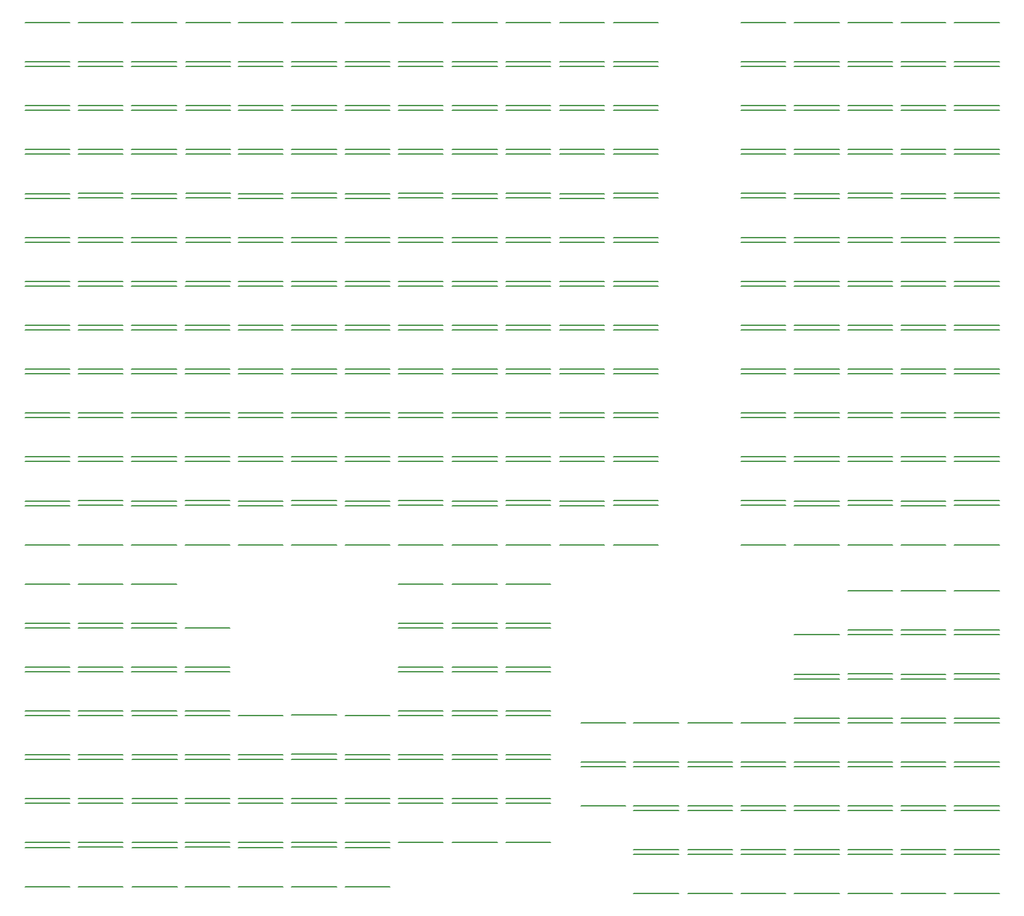
<source format=gbr>
G04 #@! TF.GenerationSoftware,KiCad,Pcbnew,(5.0.0)*
G04 #@! TF.CreationDate,2019-05-02T23:43:43-07:00*
G04 #@! TF.ProjectId,SSB Cap Board - Rev2,5353422043617020426F617264202D20,rev?*
G04 #@! TF.SameCoordinates,Original*
G04 #@! TF.FileFunction,Legend,Top*
G04 #@! TF.FilePolarity,Positive*
%FSLAX46Y46*%
G04 Gerber Fmt 4.6, Leading zero omitted, Abs format (unit mm)*
G04 Created by KiCad (PCBNEW (5.0.0)) date 05/02/19 23:43:43*
%MOMM*%
%LPD*%
G01*
G04 APERTURE LIST*
%ADD10C,0.150000*%
G04 APERTURE END LIST*
D10*
G04 #@! TO.C,C284*
X12905000Y94705000D02*
X18605000Y94705000D01*
X12905000Y89705000D02*
X18605000Y89705000D01*
G04 #@! TO.C,C292*
X12905000Y89105000D02*
X18605000Y89105000D01*
X12905000Y84105000D02*
X18605000Y84105000D01*
G04 #@! TO.C,C399*
X12905000Y100305000D02*
X18605000Y100305000D01*
X12905000Y95305000D02*
X18605000Y95305000D01*
G04 #@! TO.C,C504*
X14495000Y10995000D02*
X8795000Y10995000D01*
X14495000Y5995000D02*
X8795000Y5995000D01*
G04 #@! TO.C,C456*
X56405000Y56105000D02*
X62105000Y56105000D01*
X56405000Y61105000D02*
X62105000Y61105000D01*
G04 #@! TO.C,C462*
X28095000Y10995000D02*
X22395000Y10995000D01*
X28095000Y5995000D02*
X22395000Y5995000D01*
G04 #@! TO.C,C517*
X28095000Y5395000D02*
X22395000Y5395000D01*
X28095000Y395000D02*
X22395000Y395000D01*
G04 #@! TO.C,C477*
X56405000Y405000D02*
X62105000Y405000D01*
X56405000Y5405000D02*
X62105000Y5405000D01*
G04 #@! TO.C,C479*
X29205000Y-5195000D02*
X34905000Y-5195000D01*
X29205000Y-195000D02*
X34905000Y-195000D01*
G04 #@! TO.C,C578*
X56405000Y6005000D02*
X62105000Y6005000D01*
X56405000Y11005000D02*
X62105000Y11005000D01*
G04 #@! TO.C,C577*
X15505000Y-195000D02*
X21205000Y-195000D01*
X15505000Y-5195000D02*
X21205000Y-5195000D01*
G04 #@! TO.C,C576*
X56405000Y-5195000D02*
X62105000Y-5195000D01*
X56405000Y-195000D02*
X62105000Y-195000D01*
G04 #@! TO.C,C570*
X29205000Y405000D02*
X34905000Y405000D01*
X29205000Y5405000D02*
X34905000Y5405000D01*
G04 #@! TO.C,C568*
X56405000Y11605000D02*
X62105000Y11605000D01*
X56405000Y16605000D02*
X62105000Y16605000D01*
G04 #@! TO.C,C567*
X15505000Y5405000D02*
X21205000Y5405000D01*
X15505000Y405000D02*
X21205000Y405000D01*
G04 #@! TO.C,C566*
X28095000Y16595000D02*
X22395000Y16595000D01*
X28095000Y11595000D02*
X22395000Y11595000D01*
G04 #@! TO.C,C573*
X56405000Y50505000D02*
X62105000Y50505000D01*
X56405000Y55505000D02*
X62105000Y55505000D01*
G04 #@! TO.C,C597*
X29205000Y6005000D02*
X34905000Y6005000D01*
X29205000Y11005000D02*
X34905000Y11005000D01*
G04 #@! TO.C,C596*
X14495000Y11595000D02*
X8795000Y11595000D01*
X14495000Y16595000D02*
X8795000Y16595000D01*
G04 #@! TO.C,C595*
X56405000Y17205000D02*
X62105000Y17205000D01*
X56405000Y22205000D02*
X62105000Y22205000D01*
G04 #@! TO.C,C594*
X15505000Y11005000D02*
X21205000Y11005000D01*
X15505000Y6005000D02*
X21205000Y6005000D01*
G04 #@! TO.C,C593*
X29205000Y11605000D02*
X34905000Y11605000D01*
X29205000Y16605000D02*
X34905000Y16605000D01*
G04 #@! TO.C,C588*
X55295000Y94695000D02*
X49595000Y94695000D01*
X55295000Y89695000D02*
X49595000Y89695000D01*
G04 #@! TO.C,C585*
X28095000Y-5205000D02*
X22395000Y-5205000D01*
X28095000Y-205000D02*
X22395000Y-205000D01*
G04 #@! TO.C,C584*
X56405000Y22805000D02*
X62105000Y22805000D01*
X56405000Y27805000D02*
X62105000Y27805000D01*
G04 #@! TO.C,C583*
X15505000Y16605000D02*
X21205000Y16605000D01*
X15505000Y11605000D02*
X21205000Y11605000D01*
G04 #@! TO.C,C591*
X41695000Y27795000D02*
X35995000Y27795000D01*
X41695000Y22795000D02*
X35995000Y22795000D01*
G04 #@! TO.C,C590*
X56405000Y61705000D02*
X62105000Y61705000D01*
X56405000Y66705000D02*
X62105000Y66705000D01*
G04 #@! TO.C,C542*
X42805000Y67305000D02*
X48505000Y67305000D01*
X42805000Y72305000D02*
X48505000Y72305000D01*
G04 #@! TO.C,C540*
X42805000Y28405000D02*
X48505000Y28405000D01*
X42805000Y33405000D02*
X48505000Y33405000D01*
G04 #@! TO.C,C537*
X55295000Y22795000D02*
X49595000Y22795000D01*
X55295000Y27795000D02*
X49595000Y27795000D01*
G04 #@! TO.C,C536*
X55295000Y33395000D02*
X49595000Y33395000D01*
X55295000Y28395000D02*
X49595000Y28395000D01*
G04 #@! TO.C,C534*
X56405000Y67305000D02*
X62105000Y67305000D01*
X56405000Y72305000D02*
X62105000Y72305000D01*
G04 #@! TO.C,C532*
X55295000Y83495000D02*
X49595000Y83495000D01*
X55295000Y78495000D02*
X49595000Y78495000D01*
G04 #@! TO.C,C530*
X42805000Y44905000D02*
X48505000Y44905000D01*
X42805000Y49905000D02*
X48505000Y49905000D01*
G04 #@! TO.C,C528*
X41695000Y100295000D02*
X35995000Y100295000D01*
X41695000Y95295000D02*
X35995000Y95295000D01*
G04 #@! TO.C,C527*
X41695000Y17195000D02*
X35995000Y17195000D01*
X41695000Y22195000D02*
X35995000Y22195000D01*
G04 #@! TO.C,C564*
X55295000Y22195000D02*
X49595000Y22195000D01*
X55295000Y17195000D02*
X49595000Y17195000D01*
G04 #@! TO.C,C535*
X42805000Y-195000D02*
X48505000Y-195000D01*
X42805000Y-5195000D02*
X48505000Y-5195000D01*
G04 #@! TO.C,C562*
X56405000Y72905000D02*
X62105000Y72905000D01*
X56405000Y77905000D02*
X62105000Y77905000D01*
G04 #@! TO.C,C560*
X55295000Y77895000D02*
X49595000Y77895000D01*
X55295000Y72895000D02*
X49595000Y72895000D01*
G04 #@! TO.C,C558*
X42805000Y50505000D02*
X48505000Y50505000D01*
X42805000Y55505000D02*
X48505000Y55505000D01*
G04 #@! TO.C,C556*
X41695000Y105895000D02*
X35995000Y105895000D01*
X41695000Y100895000D02*
X35995000Y100895000D01*
G04 #@! TO.C,C592*
X41695000Y11595000D02*
X35995000Y11595000D01*
X41695000Y16595000D02*
X35995000Y16595000D01*
G04 #@! TO.C,C544*
X29205000Y100905000D02*
X34905000Y100905000D01*
X29205000Y105905000D02*
X34905000Y105905000D01*
G04 #@! TO.C,C553*
X55295000Y11595000D02*
X49595000Y11595000D01*
X55295000Y16595000D02*
X49595000Y16595000D01*
G04 #@! TO.C,C552*
X42805000Y405000D02*
X48505000Y405000D01*
X42805000Y5405000D02*
X48505000Y5405000D01*
G04 #@! TO.C,C551*
X56405000Y83505000D02*
X62105000Y83505000D01*
X56405000Y78505000D02*
X62105000Y78505000D01*
G04 #@! TO.C,C550*
X55295000Y72295000D02*
X49595000Y72295000D01*
X55295000Y67295000D02*
X49595000Y67295000D01*
G04 #@! TO.C,C548*
X42805000Y56105000D02*
X48505000Y56105000D01*
X42805000Y61105000D02*
X48505000Y61105000D01*
G04 #@! TO.C,C546*
X41695000Y94695000D02*
X35995000Y94695000D01*
X41695000Y89695000D02*
X35995000Y89695000D01*
G04 #@! TO.C,C545*
X41695000Y5995000D02*
X35995000Y5995000D01*
X41695000Y10995000D02*
X35995000Y10995000D01*
G04 #@! TO.C,C554*
X29205000Y39305000D02*
X34905000Y39305000D01*
X29205000Y44305000D02*
X34905000Y44305000D01*
G04 #@! TO.C,C432*
X55295000Y5995000D02*
X49595000Y5995000D01*
X55295000Y10995000D02*
X49595000Y10995000D01*
G04 #@! TO.C,C599*
X29205000Y95305000D02*
X34905000Y95305000D01*
X29205000Y100305000D02*
X34905000Y100305000D01*
G04 #@! TO.C,C429*
X56405000Y89105000D02*
X62105000Y89105000D01*
X56405000Y84105000D02*
X62105000Y84105000D01*
G04 #@! TO.C,C428*
X55295000Y66695000D02*
X49595000Y66695000D01*
X55295000Y61695000D02*
X49595000Y61695000D01*
G04 #@! TO.C,C427*
X42805000Y66705000D02*
X48505000Y66705000D01*
X42805000Y61705000D02*
X48505000Y61705000D01*
G04 #@! TO.C,C425*
X41695000Y84095000D02*
X35995000Y84095000D01*
X41695000Y89095000D02*
X35995000Y89095000D01*
G04 #@! TO.C,C415*
X41695000Y5395000D02*
X35995000Y5395000D01*
X41695000Y395000D02*
X35995000Y395000D01*
G04 #@! TO.C,C450*
X29205000Y49905000D02*
X34905000Y49905000D01*
X29205000Y44905000D02*
X34905000Y44905000D01*
G04 #@! TO.C,C422*
X55295000Y5395000D02*
X49595000Y5395000D01*
X55295000Y395000D02*
X49595000Y395000D01*
G04 #@! TO.C,C413*
X42805000Y16605000D02*
X48505000Y16605000D01*
X42805000Y11605000D02*
X48505000Y11605000D01*
G04 #@! TO.C,C420*
X56405000Y89705000D02*
X62105000Y89705000D01*
X56405000Y94705000D02*
X62105000Y94705000D01*
G04 #@! TO.C,C419*
X55295000Y56095000D02*
X49595000Y56095000D01*
X55295000Y61095000D02*
X49595000Y61095000D01*
G04 #@! TO.C,C418*
X55295000Y89095000D02*
X49595000Y89095000D01*
X55295000Y84095000D02*
X49595000Y84095000D01*
G04 #@! TO.C,C417*
X41695000Y78495000D02*
X35995000Y78495000D01*
X41695000Y83495000D02*
X35995000Y83495000D01*
G04 #@! TO.C,C416*
X41695000Y-205000D02*
X35995000Y-205000D01*
X41695000Y-5205000D02*
X35995000Y-5205000D01*
G04 #@! TO.C,C424*
X29205000Y55505000D02*
X34905000Y55505000D01*
X29205000Y50505000D02*
X34905000Y50505000D01*
G04 #@! TO.C,C423*
X55295000Y-205000D02*
X49595000Y-205000D01*
X55295000Y-5205000D02*
X49595000Y-5205000D01*
G04 #@! TO.C,C421*
X42805000Y22205000D02*
X48505000Y22205000D01*
X42805000Y17205000D02*
X48505000Y17205000D01*
G04 #@! TO.C,C447*
X56405000Y95305000D02*
X62105000Y95305000D01*
X56405000Y100305000D02*
X62105000Y100305000D01*
G04 #@! TO.C,C446*
X55295000Y50495000D02*
X49595000Y50495000D01*
X55295000Y55495000D02*
X49595000Y55495000D01*
G04 #@! TO.C,C445*
X42805000Y72905000D02*
X48505000Y72905000D01*
X42805000Y77905000D02*
X48505000Y77905000D01*
G04 #@! TO.C,C444*
X41695000Y72895000D02*
X35995000Y72895000D01*
X41695000Y77895000D02*
X35995000Y77895000D01*
G04 #@! TO.C,C433*
X29205000Y56105000D02*
X34905000Y56105000D01*
X29205000Y61105000D02*
X34905000Y61105000D01*
G04 #@! TO.C,C442*
X56405000Y33405000D02*
X62105000Y33405000D01*
X56405000Y28405000D02*
X62105000Y28405000D01*
G04 #@! TO.C,C555*
X56405000Y100905000D02*
X62105000Y100905000D01*
X56405000Y105905000D02*
X62105000Y105905000D01*
G04 #@! TO.C,C430*
X55295000Y95295000D02*
X49595000Y95295000D01*
X55295000Y100295000D02*
X49595000Y100295000D01*
G04 #@! TO.C,C439*
X55295000Y49895000D02*
X49595000Y49895000D01*
X55295000Y44895000D02*
X49595000Y44895000D01*
G04 #@! TO.C,C438*
X42805000Y83505000D02*
X48505000Y83505000D01*
X42805000Y78505000D02*
X48505000Y78505000D01*
G04 #@! TO.C,C437*
X41695000Y72295000D02*
X35995000Y72295000D01*
X41695000Y67295000D02*
X35995000Y67295000D01*
G04 #@! TO.C,C436*
X29205000Y66705000D02*
X34905000Y66705000D01*
X29205000Y61705000D02*
X34905000Y61705000D01*
G04 #@! TO.C,C435*
X42805000Y22805000D02*
X48505000Y22805000D01*
X42805000Y27805000D02*
X48505000Y27805000D01*
G04 #@! TO.C,C434*
X55295000Y100895000D02*
X49595000Y100895000D01*
X55295000Y105895000D02*
X49595000Y105895000D01*
G04 #@! TO.C,C443*
X42805000Y95305000D02*
X48505000Y95305000D01*
X42805000Y100305000D02*
X48505000Y100305000D01*
G04 #@! TO.C,C441*
X42805000Y89105000D02*
X48505000Y89105000D01*
X42805000Y84105000D02*
X48505000Y84105000D01*
G04 #@! TO.C,C431*
X41695000Y66695000D02*
X35995000Y66695000D01*
X41695000Y61695000D02*
X35995000Y61695000D01*
G04 #@! TO.C,C440*
X29205000Y72305000D02*
X34905000Y72305000D01*
X29205000Y67305000D02*
X34905000Y67305000D01*
G04 #@! TO.C,C451*
X56405000Y44905000D02*
X62105000Y44905000D01*
X56405000Y49905000D02*
X62105000Y49905000D01*
G04 #@! TO.C,C448*
X42805000Y94705000D02*
X48505000Y94705000D01*
X42805000Y89705000D02*
X48505000Y89705000D01*
G04 #@! TO.C,C411*
X56405000Y39305000D02*
X62105000Y39305000D01*
X56405000Y44305000D02*
X62105000Y44305000D01*
G04 #@! TO.C,C410*
X41695000Y56095000D02*
X35995000Y56095000D01*
X41695000Y61095000D02*
X35995000Y61095000D01*
G04 #@! TO.C,C409*
X29205000Y72905000D02*
X34905000Y72905000D01*
X29205000Y77905000D02*
X34905000Y77905000D01*
G04 #@! TO.C,C408*
X42805000Y105905000D02*
X48505000Y105905000D01*
X42805000Y100905000D02*
X48505000Y100905000D01*
G04 #@! TO.C,C407*
X55295000Y44295000D02*
X49595000Y44295000D01*
X55295000Y39295000D02*
X49595000Y39295000D01*
G04 #@! TO.C,C406*
X41695000Y50495000D02*
X35995000Y50495000D01*
X41695000Y55495000D02*
X35995000Y55495000D01*
G04 #@! TO.C,C404*
X29205000Y78505000D02*
X34905000Y78505000D01*
X29205000Y83505000D02*
X34905000Y83505000D01*
G04 #@! TO.C,C403*
X42805000Y44305000D02*
X48505000Y44305000D01*
X42805000Y39305000D02*
X48505000Y39305000D01*
G04 #@! TO.C,C402*
X41695000Y49895000D02*
X35995000Y49895000D01*
X41695000Y44895000D02*
X35995000Y44895000D01*
G04 #@! TO.C,C401*
X29205000Y89105000D02*
X34905000Y89105000D01*
X29205000Y84105000D02*
X34905000Y84105000D01*
G04 #@! TO.C,C414*
X41695000Y44295000D02*
X35995000Y44295000D01*
X41695000Y39295000D02*
X35995000Y39295000D01*
G04 #@! TO.C,C412*
X29205000Y94705000D02*
X34905000Y94705000D01*
X29205000Y89705000D02*
X34905000Y89705000D01*
G04 #@! TO.C,C405*
X42805000Y6005000D02*
X48505000Y6005000D01*
X42805000Y11005000D02*
X48505000Y11005000D01*
G04 #@! TO.C,C291*
X12905000Y78505000D02*
X18605000Y78505000D01*
X12905000Y83505000D02*
X18605000Y83505000D01*
G04 #@! TO.C,C237*
X12905000Y77905000D02*
X18605000Y77905000D01*
X12905000Y72905000D02*
X18605000Y72905000D01*
G04 #@! TO.C,C52*
X12905000Y55505000D02*
X18605000Y55505000D01*
X12905000Y50505000D02*
X18605000Y50505000D01*
G04 #@! TO.C,C97*
X12905000Y49905000D02*
X18605000Y49905000D01*
X12905000Y44905000D02*
X18605000Y44905000D01*
G04 #@! TO.C,C21*
X12905000Y44305000D02*
X18605000Y44305000D01*
X12905000Y39305000D02*
X18605000Y39305000D01*
G04 #@! TO.C,C120*
X12905000Y72305000D02*
X18605000Y72305000D01*
X12905000Y67305000D02*
X18605000Y67305000D01*
G04 #@! TO.C,C303*
X12905000Y56105000D02*
X18605000Y56105000D01*
X12905000Y61105000D02*
X18605000Y61105000D01*
G04 #@! TO.C,C394*
X12905000Y66705000D02*
X18605000Y66705000D01*
X12905000Y61705000D02*
X18605000Y61705000D01*
G04 #@! TO.C,C343*
X-42805000Y29295000D02*
X-48505000Y29295000D01*
X-42805000Y34295000D02*
X-48505000Y34295000D01*
G04 #@! TO.C,C1*
X-42805000Y50495000D02*
X-48505000Y50495000D01*
X-42805000Y55495000D02*
X-48505000Y55495000D01*
G04 #@! TO.C,C273*
X-55295000Y11905000D02*
X-49595000Y11905000D01*
X-55295000Y6905000D02*
X-49595000Y6905000D01*
G04 #@! TO.C,C264*
X-14495000Y6305000D02*
X-8795000Y6305000D01*
X-14495000Y1305000D02*
X-8795000Y1305000D01*
G04 #@! TO.C,C262*
X-56405000Y23695000D02*
X-62105000Y23695000D01*
X-56405000Y28695000D02*
X-62105000Y28695000D01*
G04 #@! TO.C,C261*
X-55295000Y705000D02*
X-49595000Y705000D01*
X-55295000Y-4295000D02*
X-49595000Y-4295000D01*
G04 #@! TO.C,C260*
X-29205000Y6895000D02*
X-34905000Y6895000D01*
X-29205000Y11895000D02*
X-34905000Y11895000D01*
G04 #@! TO.C,C259*
X-42705000Y12495000D02*
X-48405000Y12495000D01*
X-42705000Y17495000D02*
X-48405000Y17495000D01*
G04 #@! TO.C,C258*
X-41695000Y23105000D02*
X-35995000Y23105000D01*
X-41695000Y18105000D02*
X-35995000Y18105000D01*
G04 #@! TO.C,C257*
X-28095000Y705000D02*
X-22395000Y705000D01*
X-28095000Y-4295000D02*
X-22395000Y-4295000D01*
G04 #@! TO.C,C314*
X-56405000Y18095000D02*
X-62105000Y18095000D01*
X-56405000Y23095000D02*
X-62105000Y23095000D01*
G04 #@! TO.C,C266*
X-55295000Y6305000D02*
X-49595000Y6305000D01*
X-55295000Y1305000D02*
X-49595000Y1305000D01*
G04 #@! TO.C,C265*
X-29205000Y1295000D02*
X-34905000Y1295000D01*
X-29205000Y6295000D02*
X-34905000Y6295000D01*
G04 #@! TO.C,C311*
X-42705000Y6895000D02*
X-48405000Y6895000D01*
X-42705000Y11895000D02*
X-48405000Y11895000D01*
G04 #@! TO.C,C310*
X-41695000Y28705000D02*
X-35995000Y28705000D01*
X-41695000Y23705000D02*
X-35995000Y23705000D01*
G04 #@! TO.C,C309*
X-28095000Y6305000D02*
X-22395000Y6305000D01*
X-28095000Y1305000D02*
X-22395000Y1305000D01*
G04 #@! TO.C,C308*
X-56405000Y84095000D02*
X-62105000Y84095000D01*
X-56405000Y89095000D02*
X-62105000Y89095000D01*
G04 #@! TO.C,C304*
X-56405000Y12495000D02*
X-62105000Y12495000D01*
X-56405000Y17495000D02*
X-62105000Y17495000D01*
G04 #@! TO.C,C302*
X-29205000Y-4305000D02*
X-34905000Y-4305000D01*
X-29205000Y695000D02*
X-34905000Y695000D01*
G04 #@! TO.C,C301*
X-42705000Y1295000D02*
X-48405000Y1295000D01*
X-42705000Y6295000D02*
X-48405000Y6295000D01*
G04 #@! TO.C,C283*
X-41695000Y705000D02*
X-35995000Y705000D01*
X-41695000Y-4295000D02*
X-35995000Y-4295000D01*
G04 #@! TO.C,C282*
X-56405000Y78495000D02*
X-62105000Y78495000D01*
X-56405000Y83495000D02*
X-62105000Y83495000D01*
G04 #@! TO.C,C295*
X-56405000Y6895000D02*
X-62105000Y6895000D01*
X-56405000Y11895000D02*
X-62105000Y11895000D01*
G04 #@! TO.C,C294*
X-55295000Y17505000D02*
X-49595000Y17505000D01*
X-55295000Y12505000D02*
X-49595000Y12505000D01*
G04 #@! TO.C,C293*
X-28095000Y11905000D02*
X-22395000Y11905000D01*
X-28095000Y6905000D02*
X-22395000Y6905000D01*
G04 #@! TO.C,C289*
X-56405000Y72895000D02*
X-62105000Y72895000D01*
X-56405000Y77895000D02*
X-62105000Y77895000D01*
G04 #@! TO.C,C287*
X-56405000Y1295000D02*
X-62105000Y1295000D01*
X-56405000Y6295000D02*
X-62105000Y6295000D01*
G04 #@! TO.C,C286*
X-55295000Y23105000D02*
X-49595000Y23105000D01*
X-55295000Y18105000D02*
X-49595000Y18105000D01*
G04 #@! TO.C,C285*
X-28095000Y17605000D02*
X-22395000Y17605000D01*
X-28095000Y12605000D02*
X-22395000Y12605000D01*
G04 #@! TO.C,C299*
X-14495000Y11905000D02*
X-8795000Y11905000D01*
X-14495000Y6905000D02*
X-8795000Y6905000D01*
G04 #@! TO.C,C298*
X-795000Y6305000D02*
X4905000Y6305000D01*
X-795000Y1305000D02*
X4905000Y1305000D01*
G04 #@! TO.C,C281*
X-56405000Y67295000D02*
X-62105000Y67295000D01*
X-56405000Y72295000D02*
X-62105000Y72295000D01*
G04 #@! TO.C,C296*
X-56405000Y-4305000D02*
X-62105000Y-4305000D01*
X-56405000Y695000D02*
X-62105000Y695000D01*
G04 #@! TO.C,C377*
X-55295000Y28705000D02*
X-49595000Y28705000D01*
X-55295000Y23705000D02*
X-49595000Y23705000D01*
G04 #@! TO.C,C398*
X-14495000Y17505000D02*
X-8795000Y17505000D01*
X-14495000Y12505000D02*
X-8795000Y12505000D01*
G04 #@! TO.C,C397*
X-795000Y11905000D02*
X4905000Y11905000D01*
X-795000Y6905000D02*
X4905000Y6905000D01*
G04 #@! TO.C,C396*
X-56405000Y61695000D02*
X-62105000Y61695000D01*
X-56405000Y66695000D02*
X-62105000Y66695000D01*
G04 #@! TO.C,C395*
X-55295000Y34305000D02*
X-49595000Y34305000D01*
X-55295000Y29305000D02*
X-49595000Y29305000D01*
G04 #@! TO.C,C390*
X-15605000Y12495000D02*
X-21305000Y12495000D01*
X-15605000Y17495000D02*
X-21305000Y17495000D01*
G04 #@! TO.C,C389*
X-14495000Y23105000D02*
X-8795000Y23105000D01*
X-14495000Y18105000D02*
X-8795000Y18105000D01*
G04 #@! TO.C,C388*
X-795000Y17505000D02*
X4905000Y17505000D01*
X-795000Y12505000D02*
X4905000Y12505000D01*
G04 #@! TO.C,C387*
X-56405000Y56095000D02*
X-62105000Y56095000D01*
X-56405000Y61095000D02*
X-62105000Y61095000D01*
G04 #@! TO.C,C386*
X12905000Y105905000D02*
X18605000Y105905000D01*
X12905000Y100905000D02*
X18605000Y100905000D01*
G04 #@! TO.C,C385*
X-15605000Y6895000D02*
X-21305000Y6895000D01*
X-15605000Y11895000D02*
X-21305000Y11895000D01*
G04 #@! TO.C,C384*
X-14495000Y28705000D02*
X-8795000Y28705000D01*
X-14495000Y23705000D02*
X-8795000Y23705000D01*
G04 #@! TO.C,C383*
X-795000Y23105000D02*
X4905000Y23105000D01*
X-795000Y18105000D02*
X4905000Y18105000D01*
G04 #@! TO.C,C382*
X-56405000Y50495000D02*
X-62105000Y50495000D01*
X-56405000Y55495000D02*
X-62105000Y55495000D01*
G04 #@! TO.C,C381*
X-15605000Y1295000D02*
X-21305000Y1295000D01*
X-15605000Y6295000D02*
X-21305000Y6295000D01*
G04 #@! TO.C,C380*
X-14495000Y34305000D02*
X-8795000Y34305000D01*
X-14495000Y29305000D02*
X-8795000Y29305000D01*
G04 #@! TO.C,C379*
X-795000Y28705000D02*
X4905000Y28705000D01*
X-795000Y23705000D02*
X4905000Y23705000D01*
G04 #@! TO.C,C378*
X-56405000Y44895000D02*
X-62105000Y44895000D01*
X-56405000Y49895000D02*
X-62105000Y49895000D01*
G04 #@! TO.C,C392*
X-795000Y34305000D02*
X4905000Y34305000D01*
X-795000Y29305000D02*
X4905000Y29305000D01*
G04 #@! TO.C,C93*
X-29205000Y56095000D02*
X-34905000Y56095000D01*
X-29205000Y61095000D02*
X-34905000Y61095000D01*
G04 #@! TO.C,C92*
X-41595000Y94705000D02*
X-35895000Y94705000D01*
X-41595000Y89705000D02*
X-35895000Y89705000D01*
G04 #@! TO.C,C91*
X-42805000Y44895000D02*
X-48505000Y44895000D01*
X-42805000Y49895000D02*
X-48505000Y49895000D01*
G04 #@! TO.C,C90*
X-55295000Y105905000D02*
X-49595000Y105905000D01*
X-55295000Y100905000D02*
X-49595000Y100905000D01*
G04 #@! TO.C,C89*
X-28095000Y49905000D02*
X-22395000Y49905000D01*
X-28095000Y44905000D02*
X-22395000Y44905000D01*
G04 #@! TO.C,C88*
X-15605000Y89695000D02*
X-21305000Y89695000D01*
X-15605000Y94695000D02*
X-21305000Y94695000D01*
G04 #@! TO.C,C87*
X-14495000Y61105000D02*
X-8795000Y61105000D01*
X-14495000Y56105000D02*
X-8795000Y56105000D01*
G04 #@! TO.C,C86*
X-1905000Y78495000D02*
X-7605000Y78495000D01*
X-1905000Y83495000D02*
X-7605000Y83495000D01*
G04 #@! TO.C,C85*
X-795000Y72305000D02*
X4905000Y72305000D01*
X-795000Y67305000D02*
X4905000Y67305000D01*
G04 #@! TO.C,C84*
X11795000Y67295000D02*
X6095000Y67295000D01*
X11795000Y72295000D02*
X6095000Y72295000D01*
G04 #@! TO.C,C83*
X-29205000Y61695000D02*
X-34905000Y61695000D01*
X-29205000Y66695000D02*
X-34905000Y66695000D01*
G04 #@! TO.C,C82*
X-41595000Y89105000D02*
X-35895000Y89105000D01*
X-41595000Y84105000D02*
X-35895000Y84105000D01*
G04 #@! TO.C,C81*
X-41595000Y83505000D02*
X-35895000Y83505000D01*
X-41595000Y78505000D02*
X-35895000Y78505000D01*
G04 #@! TO.C,C80*
X11795000Y61695000D02*
X6095000Y61695000D01*
X11795000Y66695000D02*
X6095000Y66695000D01*
G04 #@! TO.C,C251*
X-41695000Y6305000D02*
X-35995000Y6305000D01*
X-41695000Y1305000D02*
X-35995000Y1305000D01*
G04 #@! TO.C,C78*
X-29205000Y67295000D02*
X-34905000Y67295000D01*
X-29205000Y72295000D02*
X-34905000Y72295000D01*
G04 #@! TO.C,C77*
X11795000Y72895000D02*
X6095000Y72895000D01*
X11795000Y77895000D02*
X6095000Y77895000D01*
G04 #@! TO.C,C76*
X-795000Y66705000D02*
X4905000Y66705000D01*
X-795000Y61705000D02*
X4905000Y61705000D01*
G04 #@! TO.C,C75*
X-42805000Y56095000D02*
X-48505000Y56095000D01*
X-42805000Y61095000D02*
X-48505000Y61095000D01*
G04 #@! TO.C,C74*
X-1905000Y84095000D02*
X-7605000Y84095000D01*
X-1905000Y89095000D02*
X-7605000Y89095000D01*
G04 #@! TO.C,C73*
X-14495000Y55505000D02*
X-8795000Y55505000D01*
X-14495000Y50505000D02*
X-8795000Y50505000D01*
G04 #@! TO.C,C72*
X-15605000Y95295000D02*
X-21305000Y95295000D01*
X-15605000Y100295000D02*
X-21305000Y100295000D01*
G04 #@! TO.C,C71*
X-1905000Y1295000D02*
X-7605000Y1295000D01*
X-1905000Y6295000D02*
X-7605000Y6295000D01*
G04 #@! TO.C,C70*
X-55295000Y100305000D02*
X-49595000Y100305000D01*
X-55295000Y95305000D02*
X-49595000Y95305000D01*
G04 #@! TO.C,C68*
X-28095000Y44305000D02*
X-22395000Y44305000D01*
X-28095000Y39305000D02*
X-22395000Y39305000D01*
G04 #@! TO.C,C252*
X-56405000Y39295000D02*
X-62105000Y39295000D01*
X-56405000Y44295000D02*
X-62105000Y44295000D01*
G04 #@! TO.C,C119*
X-56405000Y100895000D02*
X-62105000Y100895000D01*
X-56405000Y105895000D02*
X-62105000Y105895000D01*
G04 #@! TO.C,C118*
X-55295000Y72305000D02*
X-49595000Y72305000D01*
X-55295000Y67305000D02*
X-49595000Y67305000D01*
G04 #@! TO.C,C108*
X-1905000Y29295000D02*
X-7605000Y29295000D01*
X-1905000Y34295000D02*
X-7605000Y34295000D01*
G04 #@! TO.C,C106*
X-42805000Y100895000D02*
X-48505000Y100895000D01*
X-42805000Y105895000D02*
X-48505000Y105895000D01*
G04 #@! TO.C,C105*
X-56405000Y89695000D02*
X-62105000Y89695000D01*
X-56405000Y94695000D02*
X-62105000Y94695000D01*
G04 #@! TO.C,C96*
X-42805000Y95295000D02*
X-48505000Y95295000D01*
X-42805000Y100295000D02*
X-48505000Y100295000D01*
G04 #@! TO.C,C95*
X-55295000Y49905000D02*
X-49595000Y49905000D01*
X-55295000Y44905000D02*
X-49595000Y44905000D01*
G04 #@! TO.C,C22*
X-55295000Y55505000D02*
X-49595000Y55505000D01*
X-55295000Y50505000D02*
X-49595000Y50505000D01*
G04 #@! TO.C,C16*
X-55295000Y61105000D02*
X-49595000Y61105000D01*
X-55295000Y56105000D02*
X-49595000Y56105000D01*
G04 #@! TO.C,C62*
X-42805000Y89695000D02*
X-48505000Y89695000D01*
X-42805000Y94695000D02*
X-48505000Y94695000D01*
G04 #@! TO.C,C2*
X-41695000Y49905000D02*
X-35995000Y49905000D01*
X-41695000Y44905000D02*
X-35995000Y44905000D01*
G04 #@! TO.C,C3*
X11795000Y100895000D02*
X6095000Y100895000D01*
X11795000Y105895000D02*
X6095000Y105895000D01*
G04 #@! TO.C,C4*
X-29205000Y100895000D02*
X-34905000Y100895000D01*
X-29205000Y105895000D02*
X-34905000Y105895000D01*
G04 #@! TO.C,C10*
X-15605000Y-4305000D02*
X-21305000Y-4305000D01*
X-15605000Y695000D02*
X-21305000Y695000D01*
G04 #@! TO.C,C11*
X-55295000Y66705000D02*
X-49595000Y66705000D01*
X-55295000Y61705000D02*
X-49595000Y61705000D01*
G04 #@! TO.C,C12*
X-42805000Y84095000D02*
X-48505000Y84095000D01*
X-42805000Y89095000D02*
X-48505000Y89095000D01*
G04 #@! TO.C,C13*
X-41695000Y55505000D02*
X-35995000Y55505000D01*
X-41695000Y50505000D02*
X-35995000Y50505000D01*
G04 #@! TO.C,C14*
X-29205000Y95295000D02*
X-34905000Y95295000D01*
X-29205000Y100295000D02*
X-34905000Y100295000D01*
G04 #@! TO.C,C15*
X-55295000Y77905000D02*
X-49595000Y77905000D01*
X-55295000Y72905000D02*
X-49595000Y72905000D01*
G04 #@! TO.C,C31*
X-42805000Y78495000D02*
X-48505000Y78495000D01*
X-42805000Y83495000D02*
X-48505000Y83495000D01*
G04 #@! TO.C,C61*
X-41695000Y61105000D02*
X-35995000Y61105000D01*
X-41695000Y56105000D02*
X-35995000Y56105000D01*
G04 #@! TO.C,C60*
X-29205000Y89695000D02*
X-34905000Y89695000D01*
X-29205000Y94695000D02*
X-34905000Y94695000D01*
G04 #@! TO.C,C59*
X11795000Y95295000D02*
X6095000Y95295000D01*
X11795000Y100295000D02*
X6095000Y100295000D01*
G04 #@! TO.C,C53*
X-1905000Y23695000D02*
X-7605000Y23695000D01*
X-1905000Y28695000D02*
X-7605000Y28695000D01*
G04 #@! TO.C,C51*
X-42805000Y72895000D02*
X-48505000Y72895000D01*
X-42805000Y77895000D02*
X-48505000Y77895000D01*
G04 #@! TO.C,C50*
X-41695000Y66705000D02*
X-35995000Y66705000D01*
X-41695000Y61705000D02*
X-35995000Y61705000D01*
G04 #@! TO.C,C49*
X-29205000Y84095000D02*
X-34905000Y84095000D01*
X-29205000Y89095000D02*
X-34905000Y89095000D01*
G04 #@! TO.C,C63*
X11795000Y89695000D02*
X6095000Y89695000D01*
X11795000Y94695000D02*
X6095000Y94695000D01*
G04 #@! TO.C,C47*
X-795000Y49905000D02*
X4905000Y49905000D01*
X-795000Y44905000D02*
X4905000Y44905000D01*
G04 #@! TO.C,C45*
X-1905000Y100895000D02*
X-7605000Y100895000D01*
X-1905000Y105895000D02*
X-7605000Y105895000D01*
G04 #@! TO.C,C44*
X-795000Y44305000D02*
X4905000Y44305000D01*
X-795000Y39305000D02*
X4905000Y39305000D01*
G04 #@! TO.C,C43*
X-41695000Y44305000D02*
X-35995000Y44305000D01*
X-41695000Y39305000D02*
X-35995000Y39305000D01*
G04 #@! TO.C,C41*
X-14495000Y44305000D02*
X-8795000Y44305000D01*
X-14495000Y39305000D02*
X-8795000Y39305000D01*
G04 #@! TO.C,C40*
X-15605000Y100895000D02*
X-21305000Y100895000D01*
X-15605000Y105895000D02*
X-21305000Y105895000D01*
G04 #@! TO.C,C39*
X-1905000Y6895000D02*
X-7605000Y6895000D01*
X-1905000Y11895000D02*
X-7605000Y11895000D01*
G04 #@! TO.C,C38*
X-14495000Y72305000D02*
X-8795000Y72305000D01*
X-14495000Y67305000D02*
X-8795000Y67305000D01*
G04 #@! TO.C,C37*
X-1905000Y56095000D02*
X-7605000Y56095000D01*
X-1905000Y61095000D02*
X-7605000Y61095000D01*
G04 #@! TO.C,C36*
X-14495000Y83505000D02*
X-8795000Y83505000D01*
X-14495000Y78505000D02*
X-8795000Y78505000D01*
G04 #@! TO.C,C35*
X-15605000Y67295000D02*
X-21305000Y67295000D01*
X-15605000Y72295000D02*
X-21305000Y72295000D01*
G04 #@! TO.C,C34*
X-28095000Y72305000D02*
X-22395000Y72305000D01*
X-28095000Y67305000D02*
X-22395000Y67305000D01*
G04 #@! TO.C,C94*
X11795000Y39295000D02*
X6095000Y39295000D01*
X11795000Y44295000D02*
X6095000Y44295000D01*
G04 #@! TO.C,C32*
X-795000Y100305000D02*
X4905000Y100305000D01*
X-795000Y95305000D02*
X4905000Y95305000D01*
G04 #@! TO.C,C33*
X-1905000Y50495000D02*
X-7605000Y50495000D01*
X-1905000Y55495000D02*
X-7605000Y55495000D01*
G04 #@! TO.C,C46*
X-28095000Y89105000D02*
X-22395000Y89105000D01*
X-28095000Y84105000D02*
X-22395000Y84105000D01*
G04 #@! TO.C,C215*
X-42705000Y-4305000D02*
X-48405000Y-4305000D01*
X-42705000Y695000D02*
X-48405000Y695000D01*
G04 #@! TO.C,C213*
X-41695000Y17505000D02*
X-35995000Y17505000D01*
X-41695000Y12505000D02*
X-35995000Y12505000D01*
G04 #@! TO.C,C212*
X-42805000Y18095000D02*
X-48505000Y18095000D01*
X-42805000Y23095000D02*
X-48505000Y23095000D01*
G04 #@! TO.C,C211*
X-29205000Y12495000D02*
X-34905000Y12495000D01*
X-29205000Y17495000D02*
X-34905000Y17495000D01*
G04 #@! TO.C,C209*
X-56405000Y29295000D02*
X-62105000Y29295000D01*
X-56405000Y34295000D02*
X-62105000Y34295000D01*
G04 #@! TO.C,C125*
X-15605000Y61695000D02*
X-21305000Y61695000D01*
X-15605000Y66695000D02*
X-21305000Y66695000D01*
G04 #@! TO.C,C203*
X-41695000Y11905000D02*
X-35995000Y11905000D01*
X-41695000Y6905000D02*
X-35995000Y6905000D01*
G04 #@! TO.C,C201*
X-42805000Y23695000D02*
X-48505000Y23695000D01*
X-42805000Y28695000D02*
X-48505000Y28695000D01*
G04 #@! TO.C,C200*
X-28095000Y77905000D02*
X-22395000Y77905000D01*
X-28095000Y72905000D02*
X-22395000Y72905000D01*
G04 #@! TO.C,C199*
X-795000Y105905000D02*
X4905000Y105905000D01*
X-795000Y100905000D02*
X4905000Y100905000D01*
G04 #@! TO.C,C198*
X-28095000Y105905000D02*
X-22395000Y105905000D01*
X-28095000Y100905000D02*
X-22395000Y100905000D01*
G04 #@! TO.C,C197*
X-14495000Y94705000D02*
X-8795000Y94705000D01*
X-14495000Y89705000D02*
X-8795000Y89705000D01*
G04 #@! TO.C,C196*
X-15605000Y56095000D02*
X-21305000Y56095000D01*
X-15605000Y61095000D02*
X-21305000Y61095000D01*
G04 #@! TO.C,C195*
X-28095000Y83505000D02*
X-22395000Y83505000D01*
X-28095000Y78505000D02*
X-22395000Y78505000D01*
G04 #@! TO.C,C194*
X-1905000Y39295000D02*
X-7605000Y39295000D01*
X-1905000Y44295000D02*
X-7605000Y44295000D01*
G04 #@! TO.C,C193*
X-14495000Y100305000D02*
X-8795000Y100305000D01*
X-14495000Y95305000D02*
X-8795000Y95305000D01*
G04 #@! TO.C,C192*
X-15605000Y50495000D02*
X-21305000Y50495000D01*
X-15605000Y55495000D02*
X-21305000Y55495000D01*
G04 #@! TO.C,C191*
X-14495000Y89105000D02*
X-8795000Y89105000D01*
X-14495000Y84105000D02*
X-8795000Y84105000D01*
G04 #@! TO.C,C190*
X-1905000Y18095000D02*
X-7605000Y18095000D01*
X-1905000Y23095000D02*
X-7605000Y23095000D01*
G04 #@! TO.C,C126*
X-55295000Y83505000D02*
X-49595000Y83505000D01*
X-55295000Y78505000D02*
X-49595000Y78505000D01*
G04 #@! TO.C,C48*
X-42805000Y67295000D02*
X-48505000Y67295000D01*
X-42805000Y72295000D02*
X-48505000Y72295000D01*
G04 #@! TO.C,C155*
X-29205000Y78495000D02*
X-34905000Y78495000D01*
X-29205000Y83495000D02*
X-34905000Y83495000D01*
G04 #@! TO.C,C154*
X11795000Y84095000D02*
X6095000Y84095000D01*
X11795000Y89095000D02*
X6095000Y89095000D01*
G04 #@! TO.C,C153*
X-795000Y55505000D02*
X4905000Y55505000D01*
X-795000Y50505000D02*
X4905000Y50505000D01*
G04 #@! TO.C,C152*
X-1905000Y95295000D02*
X-7605000Y95295000D01*
X-1905000Y100295000D02*
X-7605000Y100295000D01*
G04 #@! TO.C,C149*
X-55295000Y94705000D02*
X-49595000Y94705000D01*
X-55295000Y89705000D02*
X-49595000Y89705000D01*
G04 #@! TO.C,C148*
X-1905000Y12495000D02*
X-7605000Y12495000D01*
X-1905000Y17495000D02*
X-7605000Y17495000D01*
G04 #@! TO.C,C147*
X-55295000Y89105000D02*
X-49595000Y89105000D01*
X-55295000Y84105000D02*
X-49595000Y84105000D01*
G04 #@! TO.C,C146*
X-42805000Y61695000D02*
X-48505000Y61695000D01*
X-42805000Y66695000D02*
X-48505000Y66695000D01*
G04 #@! TO.C,C145*
X-41595000Y77905000D02*
X-35895000Y77905000D01*
X-41595000Y72905000D02*
X-35895000Y72905000D01*
G04 #@! TO.C,C144*
X-29205000Y72895000D02*
X-34905000Y72895000D01*
X-29205000Y77895000D02*
X-34905000Y77895000D01*
G04 #@! TO.C,C143*
X11795000Y78495000D02*
X6095000Y78495000D01*
X11795000Y83495000D02*
X6095000Y83495000D01*
G04 #@! TO.C,C142*
X-795000Y61105000D02*
X4905000Y61105000D01*
X-795000Y56105000D02*
X4905000Y56105000D01*
G04 #@! TO.C,C188*
X-1905000Y89695000D02*
X-7605000Y89695000D01*
X-1905000Y94695000D02*
X-7605000Y94695000D01*
G04 #@! TO.C,C140*
X-14495000Y49905000D02*
X-8795000Y49905000D01*
X-14495000Y44905000D02*
X-8795000Y44905000D01*
G04 #@! TO.C,C139*
X-28095000Y55505000D02*
X-22395000Y55505000D01*
X-28095000Y50505000D02*
X-22395000Y50505000D01*
G04 #@! TO.C,C138*
X11795000Y50495000D02*
X6095000Y50495000D01*
X11795000Y55495000D02*
X6095000Y55495000D01*
G04 #@! TO.C,C137*
X-795000Y89105000D02*
X4905000Y89105000D01*
X-795000Y84105000D02*
X4905000Y84105000D01*
G04 #@! TO.C,C136*
X-1905000Y61695000D02*
X-7605000Y61695000D01*
X-1905000Y66695000D02*
X-7605000Y66695000D01*
G04 #@! TO.C,C135*
X-14495000Y77905000D02*
X-8795000Y77905000D01*
X-14495000Y72905000D02*
X-8795000Y72905000D01*
G04 #@! TO.C,C134*
X-15605000Y72895000D02*
X-21305000Y72895000D01*
X-15605000Y77895000D02*
X-21305000Y77895000D01*
G04 #@! TO.C,C133*
X-28095000Y66705000D02*
X-22395000Y66705000D01*
X-28095000Y61705000D02*
X-22395000Y61705000D01*
G04 #@! TO.C,C132*
X-29205000Y39295000D02*
X-34905000Y39295000D01*
X-29205000Y44295000D02*
X-34905000Y44295000D01*
G04 #@! TO.C,C131*
X11795000Y44895000D02*
X6095000Y44895000D01*
X11795000Y49895000D02*
X6095000Y49895000D01*
G04 #@! TO.C,C189*
X-56405000Y95295000D02*
X-62105000Y95295000D01*
X-56405000Y100295000D02*
X-62105000Y100295000D01*
G04 #@! TO.C,C180*
X-55295000Y44305000D02*
X-49595000Y44305000D01*
X-55295000Y39305000D02*
X-49595000Y39305000D01*
G04 #@! TO.C,C179*
X-14495000Y105905000D02*
X-8795000Y105905000D01*
X-14495000Y100905000D02*
X-8795000Y100905000D01*
G04 #@! TO.C,C178*
X-15605000Y44895000D02*
X-21305000Y44895000D01*
X-15605000Y49895000D02*
X-21305000Y49895000D01*
G04 #@! TO.C,C177*
X-28095000Y94705000D02*
X-22395000Y94705000D01*
X-28095000Y89705000D02*
X-22395000Y89705000D01*
G04 #@! TO.C,C176*
X-15605000Y39295000D02*
X-21305000Y39295000D01*
X-15605000Y44295000D02*
X-21305000Y44295000D01*
G04 #@! TO.C,C175*
X-28095000Y100305000D02*
X-22395000Y100305000D01*
X-28095000Y95305000D02*
X-22395000Y95305000D01*
G04 #@! TO.C,C157*
X-1905000Y44895000D02*
X-7605000Y44895000D01*
X-1905000Y49895000D02*
X-7605000Y49895000D01*
G04 #@! TO.C,C156*
X-795000Y77905000D02*
X4905000Y77905000D01*
X-795000Y72905000D02*
X4905000Y72905000D01*
G04 #@! TO.C,C171*
X-1905000Y72895000D02*
X-7605000Y72895000D01*
X-1905000Y77895000D02*
X-7605000Y77895000D01*
G04 #@! TO.C,C170*
X-14495000Y66705000D02*
X-8795000Y66705000D01*
X-14495000Y61705000D02*
X-8795000Y61705000D01*
G04 #@! TO.C,C169*
X-15605000Y84095000D02*
X-21305000Y84095000D01*
X-15605000Y89095000D02*
X-21305000Y89095000D01*
G04 #@! TO.C,C168*
X-29205000Y44895000D02*
X-34905000Y44895000D01*
X-29205000Y49895000D02*
X-34905000Y49895000D01*
G04 #@! TO.C,C167*
X-42805000Y39295000D02*
X-48505000Y39295000D01*
X-42805000Y44295000D02*
X-48505000Y44295000D01*
G04 #@! TO.C,C166*
X-41595000Y100305000D02*
X-35895000Y100305000D01*
X-41595000Y95305000D02*
X-35895000Y95305000D01*
G04 #@! TO.C,C165*
X-29205000Y50495000D02*
X-34905000Y50495000D01*
X-29205000Y55495000D02*
X-34905000Y55495000D01*
G04 #@! TO.C,C164*
X11795000Y56095000D02*
X6095000Y56095000D01*
X11795000Y61095000D02*
X6095000Y61095000D01*
G04 #@! TO.C,C163*
X-795000Y83505000D02*
X4905000Y83505000D01*
X-795000Y78505000D02*
X4905000Y78505000D01*
G04 #@! TO.C,C162*
X-1905000Y67295000D02*
X-7605000Y67295000D01*
X-1905000Y72295000D02*
X-7605000Y72295000D01*
G04 #@! TO.C,C161*
X-795000Y94705000D02*
X4905000Y94705000D01*
X-795000Y89705000D02*
X4905000Y89705000D01*
G04 #@! TO.C,C160*
X-15605000Y78495000D02*
X-21305000Y78495000D01*
X-15605000Y83495000D02*
X-21305000Y83495000D01*
G04 #@! TO.C,C174*
X-28095000Y61105000D02*
X-22395000Y61105000D01*
X-28095000Y56105000D02*
X-22395000Y56105000D01*
G04 #@! TO.C,C172*
X-41595000Y105905000D02*
X-35895000Y105905000D01*
X-41595000Y100905000D02*
X-35895000Y100905000D01*
G04 #@! TO.C,C158*
X-41695000Y72305000D02*
X-35995000Y72305000D01*
X-41695000Y67305000D02*
X-35995000Y67305000D01*
G04 #@! TD*
M02*

</source>
